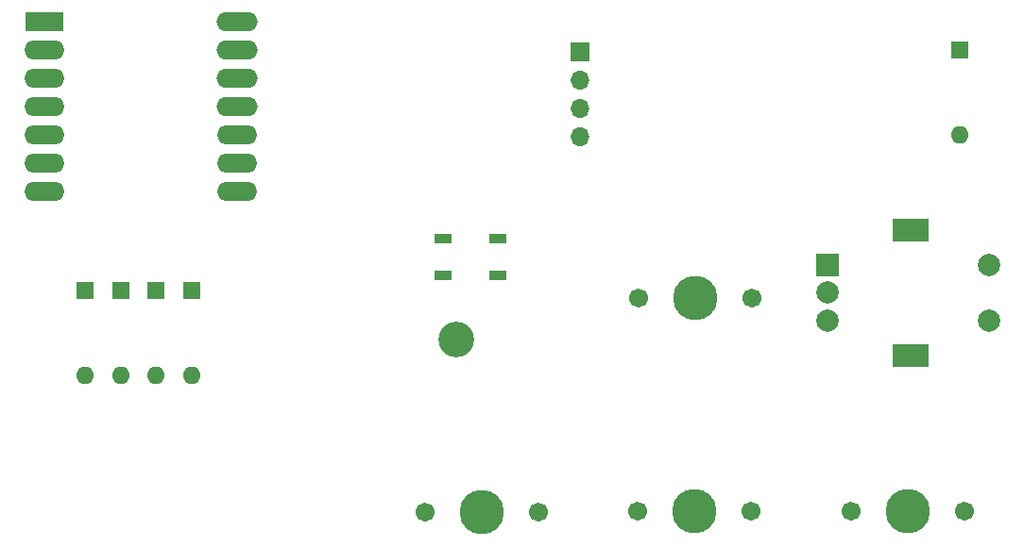
<source format=gbr>
%TF.GenerationSoftware,KiCad,Pcbnew,8.0.0*%
%TF.CreationDate,2024-10-07T09:35:36-04:00*%
%TF.ProjectId,orpheuspad_pcb,6f727068-6575-4737-9061-645f7063622e,rev?*%
%TF.SameCoordinates,Original*%
%TF.FileFunction,Soldermask,Top*%
%TF.FilePolarity,Negative*%
%FSLAX46Y46*%
G04 Gerber Fmt 4.6, Leading zero omitted, Abs format (unit mm)*
G04 Created by KiCad (PCBNEW 8.0.0) date 2024-10-07 09:35:36*
%MOMM*%
%LPD*%
G01*
G04 APERTURE LIST*
%ADD10R,1.600000X1.600000*%
%ADD11O,1.600000X1.600000*%
%ADD12R,3.500000X1.700000*%
%ADD13O,3.600000X1.700000*%
%ADD14O,3.700000X1.700000*%
%ADD15R,1.700000X1.700000*%
%ADD16O,1.700000X1.700000*%
%ADD17C,1.701800*%
%ADD18C,3.987800*%
%ADD19R,1.500000X0.900000*%
%ADD20R,2.000000X2.000000*%
%ADD21C,2.000000*%
%ADD22R,3.200000X2.000000*%
%ADD23C,3.200000*%
G04 APERTURE END LIST*
D10*
%TO.C,D4*%
X110331250Y-99695000D03*
D11*
X110331250Y-107315000D03*
%TD*%
D12*
%TO.C,U1*%
X103511000Y-75565000D03*
D13*
X103511000Y-78105000D03*
X103511000Y-80645000D03*
X103511000Y-83185000D03*
X103511000Y-85725000D03*
X103511000Y-88265000D03*
X103511000Y-90805000D03*
X120761000Y-90805000D03*
X120761000Y-88265000D03*
X120761000Y-85725000D03*
D14*
X120761000Y-83185000D03*
X120761000Y-80645000D03*
X120761000Y-78105000D03*
X120761000Y-75565000D03*
%TD*%
D10*
%TO.C,D1*%
X113506250Y-99695000D03*
D11*
X113506250Y-107315000D03*
%TD*%
D15*
%TO.C,J1*%
X151511000Y-78232000D03*
D16*
X151511000Y-80772000D03*
X151511000Y-83312000D03*
X151511000Y-85852000D03*
%TD*%
D17*
%TO.C,SW4*%
X156658000Y-119475250D03*
D18*
X161738000Y-119475250D03*
D17*
X166818000Y-119475250D03*
%TD*%
%TO.C,SW5*%
X175835000Y-119475250D03*
D18*
X180915000Y-119475250D03*
D17*
X185995000Y-119475250D03*
%TD*%
D19*
%TO.C,D6*%
X144145000Y-98296000D03*
X144145000Y-94996000D03*
X139245000Y-94996000D03*
X139245000Y-98296000D03*
%TD*%
D10*
%TO.C,D2*%
X107156250Y-99695000D03*
D11*
X107156250Y-107315000D03*
%TD*%
D20*
%TO.C,ENCODER*%
X173669000Y-97365750D03*
D21*
X173669000Y-102365750D03*
X173669000Y-99865750D03*
D22*
X181169000Y-94265750D03*
X181169000Y-105465750D03*
D21*
X188169000Y-102365750D03*
X188169000Y-97365750D03*
%TD*%
D23*
%TO.C,REF\u002A\u002A*%
X140397000Y-104072750D03*
%TD*%
D10*
%TO.C,D3*%
X116681250Y-99695000D03*
D11*
X116681250Y-107315000D03*
%TD*%
D10*
%TO.C,D9*%
X185547000Y-78105000D03*
D11*
X185547000Y-85725000D03*
%TD*%
D17*
%TO.C,SW3*%
X137608000Y-119520000D03*
D18*
X142688000Y-119520000D03*
D17*
X147768000Y-119520000D03*
%TD*%
%TO.C,SW2*%
X156718000Y-100330000D03*
D18*
X161798000Y-100330000D03*
D17*
X166878000Y-100330000D03*
%TD*%
M02*

</source>
